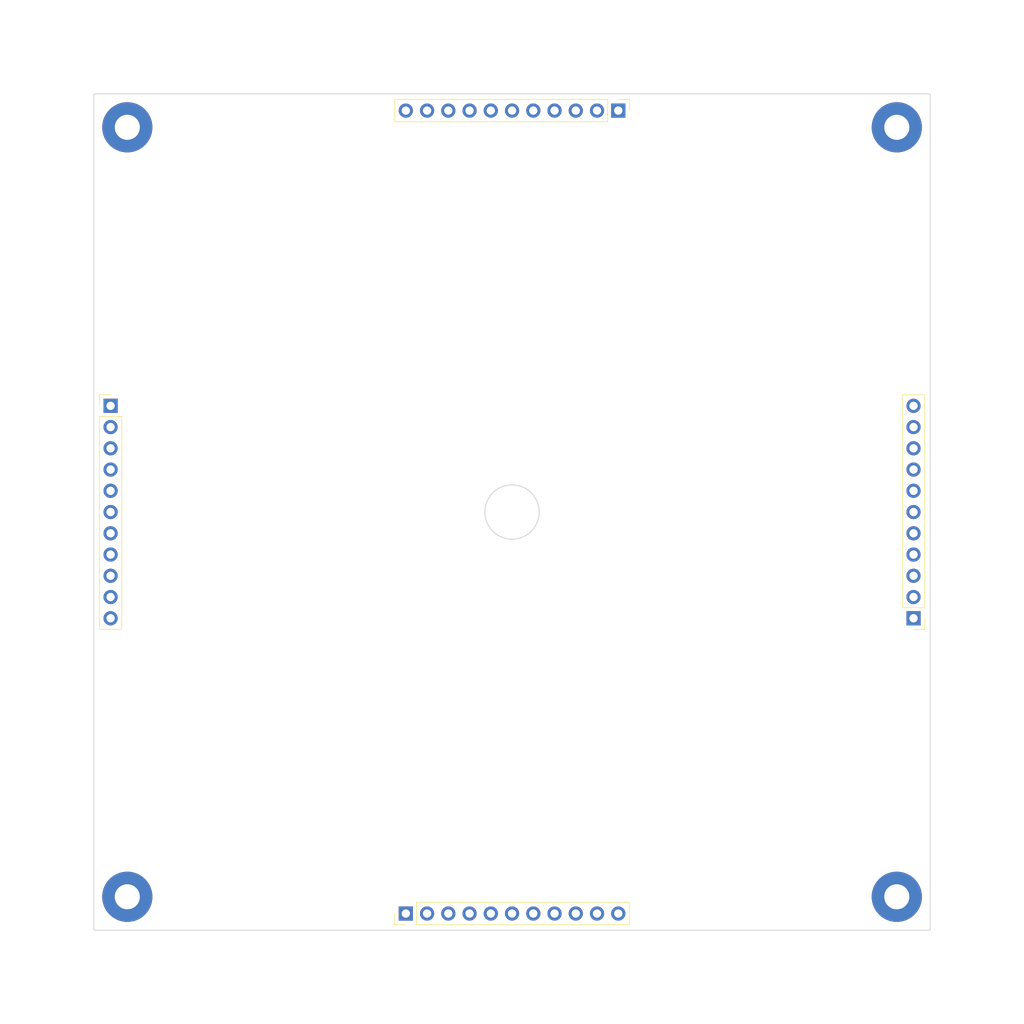
<source format=kicad_pcb>
(kicad_pcb (version 20211014) (generator pcbnew)
  (layers (0 "F.Cu" signal) (31 "B.Cu" signal) (34 "B.Paste" user) (35 "F.Paste" user) (36 "B.SilkS" user "B.Silkscreen") (37 "F.SilkS" user "F.Silkscreen") (38 "B.Mask" user) (39 "F.Mask" user) (44 "Edge.Cuts" user))
  (net 0 "")
  (net 1 "12V")
  (net 2 "R")
  (net 3 "G")
  (net 4 "B")
  (net 5 "W")
  (footprint "MountingHole_3mm_Pad" (layer "F.Cu") (at -46 -46)
    (fp_text reference "H_0" hide)
    (fp_text value "MountingHole_3mm_Pad")
    (pad "1" thru_hole circle locked (at 0 0) (size 6 6) (drill 3) (layers *.Cu *.Mask))
  )
  (footprint "PinHeader_1x11_P2.54mm_Vertical" (layer "F.Cu") (at 12.7 -48 -90)
    (fp_text reference "mainConn_[0, -1]" hide)
    (fp_text value "PinHeader_1x11_P2.54mm_Vertical")
    (fp_line (start 1.33 1.27) (end 1.33 26.73) (layer "F.SilkS") (width 0.12))
    (fp_line (start -1.33 26.73) (end 1.33 26.73) (layer "F.SilkS") (width 0.12))
    (fp_line (start -1.33 1.27) (end 1.33 1.27) (layer "F.SilkS") (width 0.12))
    (fp_line (start -1.33 -1.33) (end 0 -1.33) (layer "F.SilkS") (width 0.12))
    (fp_line (start -1.33 0) (end -1.33 -1.33) (layer "F.SilkS") (width 0.12))
    (fp_line (start -1.33 1.27) (end -1.33 26.73) (layer "F.SilkS") (width 0.12))
    (pad "1" thru_hole rect locked (at 0 0 270) (size 1.7 1.7) (drill 1) (layers *.Cu *.Mask) (net 1 "12V"))
    (pad "2" thru_hole oval locked (at 0 2.54 270) (size 1.7 1.7) (drill 1) (layers *.Cu *.Mask) (net 5 "W"))
    (pad "3" thru_hole oval locked (at 0 5.08 270) (size 1.7 1.7) (drill 1) (layers *.Cu *.Mask) (net 4 "B"))
    (pad "4" thru_hole oval locked (at 0 7.62 270) (size 1.7 1.7) (drill 1) (layers *.Cu *.Mask) (net 3 "G"))
    (pad "5" thru_hole oval locked (at 0 10.16 270) (size 1.7 1.7) (drill 1) (layers *.Cu *.Mask) (net 2 "R"))
    (pad "6" thru_hole oval locked (at 0 12.7 270) (size 1.7 1.7) (drill 1) (layers *.Cu *.Mask) (net 1 "12V"))
    (pad "7" thru_hole oval locked (at 0 15.24 270) (size 1.7 1.7) (drill 1) (layers *.Cu *.Mask) (net 2 "R"))
    (pad "8" thru_hole oval locked (at 0 17.78 270) (size 1.7 1.7) (drill 1) (layers *.Cu *.Mask) (net 3 "G"))
    (pad "9" thru_hole oval locked (at 0 20.32 270) (size 1.7 1.7) (drill 1) (layers *.Cu *.Mask) (net 4 "B"))
    (pad "10" thru_hole oval locked (at 0 22.86 270) (size 1.7 1.7) (drill 1) (layers *.Cu *.Mask) (net 5 "W"))
    (pad "11" thru_hole oval locked (at 0 25.4 270) (size 1.7 1.7) (drill 1) (layers *.Cu *.Mask) (net 1 "12V"))
  )
  (footprint "MountingHole_3mm_Pad" (layer "F.Cu") (at -46 46)
    (fp_text reference "H_3" hide)
    (fp_text value "MountingHole_3mm_Pad")
    (pad "1" thru_hole circle locked (at 0 0) (size 6 6) (drill 3) (layers *.Cu *.Mask))
  )
  (footprint "PinHeader_1x11_P2.54mm_Vertical" (layer "F.Cu") (at 48 12.7 180)
    (fp_text reference "mainConn_[1, 0]" hide)
    (fp_text value "PinHeader_1x11_P2.54mm_Vertical")
    (fp_line (start -1.33 1.27) (end -1.33 26.73) (layer "F.SilkS") (width 0.12))
    (fp_line (start -1.33 -1.33) (end 0 -1.33) (layer "F.SilkS") (width 0.12))
    (fp_line (start 1.33 1.27) (end 1.33 26.73) (layer "F.SilkS") (width 0.12))
    (fp_line (start -1.33 0) (end -1.33 -1.33) (layer "F.SilkS") (width 0.12))
    (fp_line (start -1.33 1.27) (end 1.33 1.27) (layer "F.SilkS") (width 0.12))
    (fp_line (start -1.33 26.73) (end 1.33 26.73) (layer "F.SilkS") (width 0.12))
    (pad "1" thru_hole rect locked (at 0 0 180) (size 1.7 1.7) (drill 1) (layers *.Cu *.Mask) (net 1 "12V"))
    (pad "2" thru_hole oval locked (at 0 2.54 180) (size 1.7 1.7) (drill 1) (layers *.Cu *.Mask) (net 5 "W"))
    (pad "3" thru_hole oval locked (at 0 5.08 180) (size 1.7 1.7) (drill 1) (layers *.Cu *.Mask) (net 4 "B"))
    (pad "4" thru_hole oval locked (at 0 7.62 180) (size 1.7 1.7) (drill 1) (layers *.Cu *.Mask) (net 3 "G"))
    (pad "5" thru_hole oval locked (at 0 10.16 180) (size 1.7 1.7) (drill 1) (layers *.Cu *.Mask) (net 2 "R"))
    (pad "6" thru_hole oval locked (at 0 12.7 180) (size 1.7 1.7) (drill 1) (layers *.Cu *.Mask) (net 1 "12V"))
    (pad "7" thru_hole oval locked (at 0 15.24 180) (size 1.7 1.7) (drill 1) (layers *.Cu *.Mask) (net 2 "R"))
    (pad "8" thru_hole oval locked (at 0 17.78 180) (size 1.7 1.7) (drill 1) (layers *.Cu *.Mask) (net 3 "G"))
    (pad "9" thru_hole oval locked (at 0 20.32 180) (size 1.7 1.7) (drill 1) (layers *.Cu *.Mask) (net 4 "B"))
    (pad "10" thru_hole oval locked (at 0 22.86 180) (size 1.7 1.7) (drill 1) (layers *.Cu *.Mask) (net 5 "W"))
    (pad "11" thru_hole oval locked (at 0 25.4 180) (size 1.7 1.7) (drill 1) (layers *.Cu *.Mask) (net 1 "12V"))
  )
  (footprint "MountingHole_3mm_Pad" (layer "F.Cu") (at 46 46)
    (fp_text reference "H_2" hide)
    (fp_text value "MountingHole_3mm_Pad")
    (pad "1" thru_hole circle locked (at 0 0) (size 6 6) (drill 3) (layers *.Cu *.Mask))
  )
  (footprint "MountingHole_3mm_Pad" (layer "F.Cu") (at 46 -46)
    (fp_text reference "H_1" hide)
    (fp_text value "MountingHole_3mm_Pad")
    (pad "1" thru_hole circle locked (at 0 0) (size 6 6) (drill 3) (layers *.Cu *.Mask))
  )
  (footprint "PinHeader_1x11_P2.54mm_Vertical" (layer "F.Cu") (at -48 -12.7)
    (fp_text reference "mainConn_[-1, 0]" hide)
    (fp_text value "PinHeader_1x11_P2.54mm_Vertical")
    (fp_line (start -1.33 1.27) (end 1.33 1.27) (layer "F.SilkS") (width 0.12))
    (fp_line (start -1.33 -1.33) (end 0 -1.33) (layer "F.SilkS") (width 0.12))
    (fp_line (start -1.33 1.27) (end -1.33 26.73) (layer "F.SilkS") (width 0.12))
    (fp_line (start 1.33 1.27) (end 1.33 26.73) (layer "F.SilkS") (width 0.12))
    (fp_line (start -1.33 0) (end -1.33 -1.33) (layer "F.SilkS") (width 0.12))
    (fp_line (start -1.33 26.73) (end 1.33 26.73) (layer "F.SilkS") (width 0.12))
    (pad "1" thru_hole rect locked (at 0 0) (size 1.7 1.7) (drill 1) (layers *.Cu *.Mask) (net 1 "12V"))
    (pad "2" thru_hole oval locked (at 0 2.54) (size 1.7 1.7) (drill 1) (layers *.Cu *.Mask) (net 5 "W"))
    (pad "3" thru_hole oval locked (at 0 5.08) (size 1.7 1.7) (drill 1) (layers *.Cu *.Mask) (net 4 "B"))
    (pad "4" thru_hole oval locked (at 0 7.62) (size 1.7 1.7) (drill 1) (layers *.Cu *.Mask) (net 3 "G"))
    (pad "5" thru_hole oval locked (at 0 10.16) (size 1.7 1.7) (drill 1) (layers *.Cu *.Mask) (net 2 "R"))
    (pad "6" thru_hole oval locked (at 0 12.7) (size 1.7 1.7) (drill 1) (layers *.Cu *.Mask) (net 1 "12V"))
    (pad "7" thru_hole oval locked (at 0 15.24) (size 1.7 1.7) (drill 1) (layers *.Cu *.Mask) (net 2 "R"))
    (pad "8" thru_hole oval locked (at 0 17.78) (size 1.7 1.7) (drill 1) (layers *.Cu *.Mask) (net 3 "G"))
    (pad "9" thru_hole oval locked (at 0 20.32) (size 1.7 1.7) (drill 1) (layers *.Cu *.Mask) (net 4 "B"))
    (pad "10" thru_hole oval locked (at 0 22.86) (size 1.7 1.7) (drill 1) (layers *.Cu *.Mask) (net 5 "W"))
    (pad "11" thru_hole oval locked (at 0 25.4) (size 1.7 1.7) (drill 1) (layers *.Cu *.Mask) (net 1 "12V"))
  )
  (footprint "PinHeader_1x11_P2.54mm_Vertical" (layer "F.Cu") (at -12.7 48 90)
    (fp_text reference "mainConn_[0, 1]" hide)
    (fp_text value "PinHeader_1x11_P2.54mm_Vertical")
    (fp_line (start 1.33 1.27) (end 1.33 26.73) (layer "F.SilkS") (width 0.12))
    (fp_line (start -1.33 26.73) (end 1.33 26.73) (layer "F.SilkS") (width 0.12))
    (fp_line (start -1.33 0) (end -1.33 -1.33) (layer "F.SilkS") (width 0.12))
    (fp_line (start -1.33 1.27) (end 1.33 1.27) (layer "F.SilkS") (width 0.12))
    (fp_line (start -1.33 1.27) (end -1.33 26.73) (layer "F.SilkS") (width 0.12))
    (fp_line (start -1.33 -1.33) (end 0 -1.33) (layer "F.SilkS") (width 0.12))
    (pad "1" thru_hole rect locked (at 0 0 90) (size 1.7 1.7) (drill 1) (layers *.Cu *.Mask) (net 1 "12V"))
    (pad "2" thru_hole oval locked (at 0 2.54 90) (size 1.7 1.7) (drill 1) (layers *.Cu *.Mask) (net 5 "W"))
    (pad "3" thru_hole oval locked (at 0 5.08 90) (size 1.7 1.7) (drill 1) (layers *.Cu *.Mask) (net 4 "B"))
    (pad "4" thru_hole oval locked (at 0 7.62 90) (size 1.7 1.7) (drill 1) (layers *.Cu *.Mask) (net 3 "G"))
    (pad "5" thru_hole oval locked (at 0 10.16 90) (size 1.7 1.7) (drill 1) (layers *.Cu *.Mask) (net 2 "R"))
    (pad "6" thru_hole oval locked (at 0 12.7 90) (size 1.7 1.7) (drill 1) (layers *.Cu *.Mask) (net 1 "12V"))
    (pad "7" thru_hole oval locked (at 0 15.24 90) (size 1.7 1.7) (drill 1) (layers *.Cu *.Mask) (net 2 "R"))
    (pad "8" thru_hole oval locked (at 0 17.78 90) (size 1.7 1.7) (drill 1) (layers *.Cu *.Mask) (net 3 "G"))
    (pad "9" thru_hole oval locked (at 0 20.32 90) (size 1.7 1.7) (drill 1) (layers *.Cu *.Mask) (net 4 "B"))
    (pad "10" thru_hole oval locked (at 0 22.86 90) (size 1.7 1.7) (drill 1) (layers *.Cu *.Mask) (net 5 "W"))
    (pad "11" thru_hole oval locked (at 0 25.4 90) (size 1.7 1.7) (drill 1) (layers *.Cu *.Mask) (net 1 "12V"))
  )
  (gr_line (start -50 -50) (end 50 -50) (layer "Edge.Cuts") (width 0.1))
  (gr_line (start 50 50) (end -50 50) (layer "Edge.Cuts") (width 0.1))
  (gr_line (start 50 -50) (end 50 50) (layer "Edge.Cuts") (width 0.1))
  (gr_circle (center 0 0) (end 3.25 0) (layer "Edge.Cuts") (width 0.1) (fill none))
  (gr_line (start -50 50) (end -50 -50) (layer "Edge.Cuts") (width 0.1))
)
</source>
